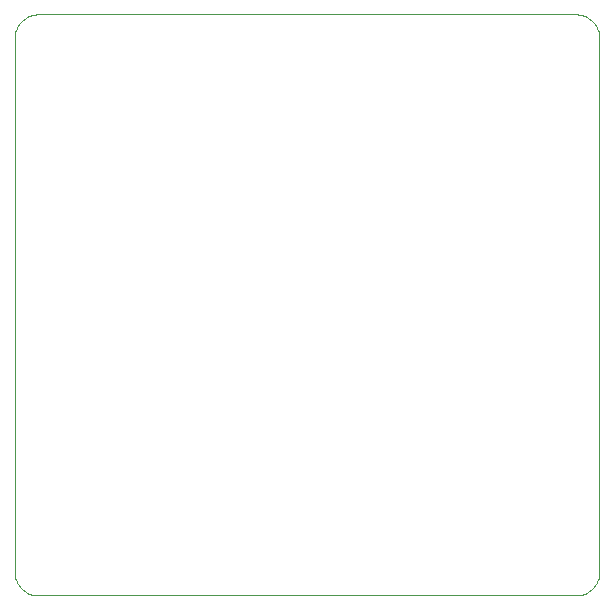
<source format=gm1>
G75*
G70*
%OFA0B0*%
%FSLAX24Y24*%
%IPPOS*%
%LPD*%
%AMOC8*
5,1,8,0,0,1.08239X$1,22.5*
%
%ADD10C,0.0000*%
D10*
X001467Y001180D02*
X019385Y001180D01*
X019439Y001182D01*
X019492Y001187D01*
X019545Y001196D01*
X019597Y001209D01*
X019649Y001225D01*
X019699Y001245D01*
X019747Y001268D01*
X019794Y001295D01*
X019839Y001324D01*
X019882Y001357D01*
X019922Y001392D01*
X019960Y001430D01*
X019995Y001470D01*
X020028Y001513D01*
X020057Y001558D01*
X020084Y001605D01*
X020107Y001653D01*
X020127Y001703D01*
X020143Y001755D01*
X020156Y001807D01*
X020165Y001860D01*
X020170Y001913D01*
X020172Y001967D01*
X020172Y019763D01*
X020170Y019817D01*
X020165Y019870D01*
X020156Y019923D01*
X020143Y019975D01*
X020127Y020027D01*
X020107Y020077D01*
X020084Y020125D01*
X020057Y020172D01*
X020028Y020217D01*
X019995Y020260D01*
X019960Y020300D01*
X019922Y020338D01*
X019882Y020373D01*
X019839Y020406D01*
X019794Y020435D01*
X019747Y020462D01*
X019699Y020485D01*
X019649Y020505D01*
X019597Y020521D01*
X019545Y020534D01*
X019492Y020543D01*
X019439Y020548D01*
X019385Y020550D01*
X001467Y020550D01*
X001413Y020548D01*
X001360Y020543D01*
X001307Y020534D01*
X001255Y020521D01*
X001203Y020505D01*
X001153Y020485D01*
X001105Y020462D01*
X001058Y020435D01*
X001013Y020406D01*
X000970Y020373D01*
X000930Y020338D01*
X000892Y020300D01*
X000857Y020260D01*
X000824Y020217D01*
X000795Y020172D01*
X000768Y020125D01*
X000745Y020077D01*
X000725Y020027D01*
X000709Y019975D01*
X000696Y019923D01*
X000687Y019870D01*
X000682Y019817D01*
X000680Y019763D01*
X000680Y001967D01*
X000682Y001913D01*
X000687Y001860D01*
X000696Y001807D01*
X000709Y001755D01*
X000725Y001703D01*
X000745Y001653D01*
X000768Y001605D01*
X000795Y001558D01*
X000824Y001513D01*
X000857Y001470D01*
X000892Y001430D01*
X000930Y001392D01*
X000970Y001357D01*
X001013Y001324D01*
X001058Y001295D01*
X001105Y001268D01*
X001153Y001245D01*
X001203Y001225D01*
X001255Y001209D01*
X001307Y001196D01*
X001360Y001187D01*
X001413Y001182D01*
X001467Y001180D01*
M02*

</source>
